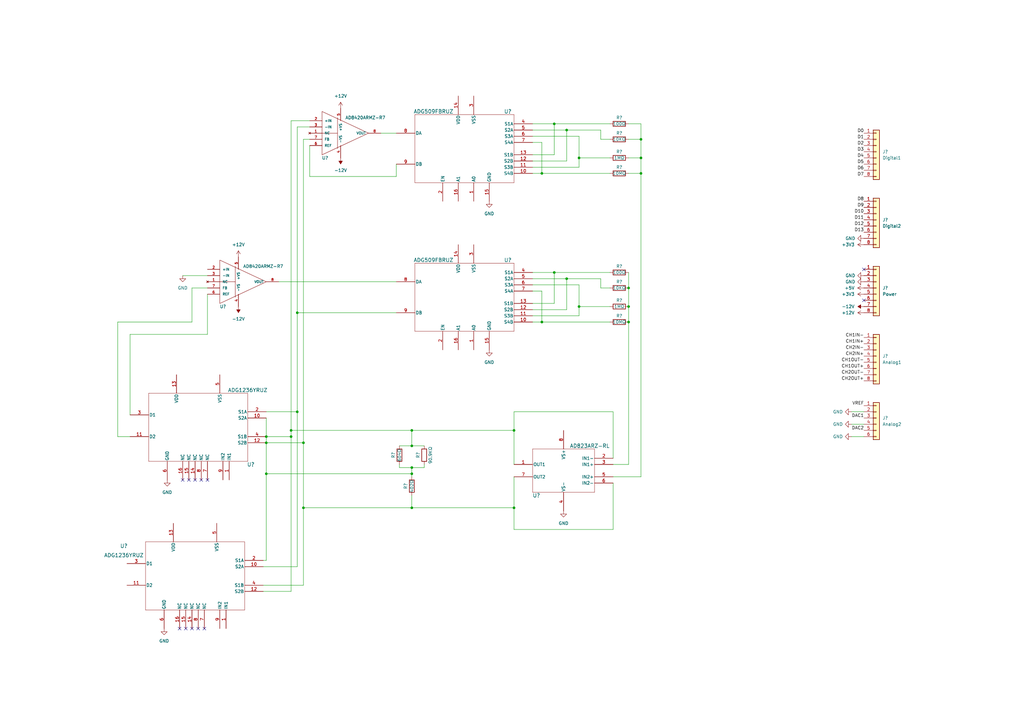
<source format=kicad_sch>
(kicad_sch (version 20211123) (generator eeschema)
  (paper "A3")
  (lib_symbols
    (symbol "AD8420ARMZ-R7_1" (pin_names (offset 1.016))
      (property "Reference" "U?" (at -8.89 -10.16 0))
      (property "Value" "AD8420ARMZ-R7_1" (at 7.62 6.35 0))
      (symbol "AD8420ARMZ-R7_1_0_0"
        (pin no_connect line (at -15.24 0 0) (length 5.08) (name "NC") (number "1"))
        (pin input line (at -15.24 5.08 0) (length 5.08) (name "+IN") (number "2"))
        (pin input line (at -15.24 2.54 0) (length 5.08) (name "-IN") (number "3"))
        (pin power_in line (at -2.54 -10.16 90) (length 5.08) (name "-VS") (number "4"))
        (pin power_in line (at -2.54 10.16 270) (length 5.08) (name "+VS") (number "5"))
        (pin input line (at -15.24 -5.08 0) (length 5.08) (name "REF") (number "6"))
        (pin input line (at -15.24 -2.54 0) (length 5.08) (name "FB") (number "7"))
        (pin output line (at 13.97 0 180) (length 5.08) (name "VOUT") (number "8"))
      )
      (symbol "AD8420ARMZ-R7_1_1_1"
        (polyline (pts (xy -10.16 8.89) (xy -10.16 -8.89) (xy 8.89 0) (xy -10.16 8.89) (xy -10.16 0) (xy -3.81 0) (xy -3.81 6.35) (xy -3.81 -6.35) (xy -3.81 -1.27)))
      )
    )
    (symbol "Connector_Generic:Conn_01x06" (pin_names (offset 1.016) hide)
      (property "Reference" "J" (at 0 7.62 0))
      (property "Value" "Conn_01x06" (at 0 -10.16 0))
      (symbol "Conn_01x06_1_1"
        (rectangle (start -1.27 -7.493) (end 0 -7.747) (stroke (width 0.1524)))
        (rectangle (start -1.27 -4.953) (end 0 -5.207) (stroke (width 0.1524)))
        (rectangle (start -1.27 -2.413) (end 0 -2.667) (stroke (width 0.1524)))
        (rectangle (start -1.27 0.127) (end 0 -0.127) (stroke (width 0.1524)))
        (rectangle (start -1.27 2.667) (end 0 2.413) (stroke (width 0.1524)))
        (rectangle (start -1.27 5.207) (end 0 4.953) (stroke (width 0.1524)))
        (rectangle (start -1.27 6.35) (end 1.27 -8.89) (stroke (width 0.254)) (fill (type background)))
        (pin passive line (at -5.08 5.08 0) (length 3.81) (name "Pin_1") (number "1"))
        (pin passive line (at -5.08 2.54 0) (length 3.81) (name "Pin_2") (number "2"))
        (pin passive line (at -5.08 0 0) (length 3.81) (name "Pin_3") (number "3"))
        (pin passive line (at -5.08 -2.54 0) (length 3.81) (name "Pin_4") (number "4"))
        (pin passive line (at -5.08 -5.08 0) (length 3.81) (name "Pin_5") (number "5"))
        (pin passive line (at -5.08 -7.62 0) (length 3.81) (name "Pin_6") (number "6"))
      )
    )
    (symbol "Connector_Generic:Conn_01x08" (pin_names (offset 1.016) hide)
      (property "Reference" "J" (at 0 10.16 0))
      (property "Value" "Conn_01x08" (at 0 -12.7 0))
      (symbol "Conn_01x08_1_1"
        (rectangle (start -1.27 -10.033) (end 0 -10.287) (stroke (width 0.1524)))
        (rectangle (start -1.27 -7.493) (end 0 -7.747) (stroke (width 0.1524)))
        (rectangle (start -1.27 -4.953) (end 0 -5.207) (stroke (width 0.1524)))
        (rectangle (start -1.27 -2.413) (end 0 -2.667) (stroke (width 0.1524)))
        (rectangle (start -1.27 0.127) (end 0 -0.127) (stroke (width 0.1524)))
        (rectangle (start -1.27 2.667) (end 0 2.413) (stroke (width 0.1524)))
        (rectangle (start -1.27 5.207) (end 0 4.953) (stroke (width 0.1524)))
        (rectangle (start -1.27 7.747) (end 0 7.493) (stroke (width 0.1524)))
        (rectangle (start -1.27 8.89) (end 1.27 -11.43) (stroke (width 0.254)) (fill (type background)))
        (pin passive line (at -5.08 7.62 0) (length 3.81) (name "Pin_1") (number "1"))
        (pin passive line (at -5.08 5.08 0) (length 3.81) (name "Pin_2") (number "2"))
        (pin passive line (at -5.08 2.54 0) (length 3.81) (name "Pin_3") (number "3"))
        (pin passive line (at -5.08 0 0) (length 3.81) (name "Pin_4") (number "4"))
        (pin passive line (at -5.08 -2.54 0) (length 3.81) (name "Pin_5") (number "5"))
        (pin passive line (at -5.08 -5.08 0) (length 3.81) (name "Pin_6") (number "6"))
        (pin passive line (at -5.08 -7.62 0) (length 3.81) (name "Pin_7") (number "7"))
        (pin passive line (at -5.08 -10.16 0) (length 3.81) (name "Pin_8") (number "8"))
      )
    )
    (symbol "Device:R" (pin_numbers hide) (pin_names (offset 0))
      (property "Reference" "R" (at 2.032 0 90))
      (property "Value" "R" (at 0 0 90))
      (symbol "R_0_1"
        (rectangle (start -1.016 -2.54) (end 1.016 2.54) (stroke (width 0.254)))
      )
      (symbol "R_1_1"
        (pin passive line (at 0 3.81 270) (length 1.27) (name "~") (number "1"))
        (pin passive line (at 0 -3.81 90) (length 1.27) (name "~") (number "2"))
      )
    )
    (symbol "New_Library:AD823ARZ-RL" (pin_names (offset 0.254))
      (property "Reference" "U?" (at -19.7994 11.43 0))
      (property "Value" "AD823ARZ-RL" (at -19.7994 7.62 0))
      (symbol "AD823ARZ-RL_0_1"
        (polyline (pts (xy 7.62 -12.7) (xy 33.02 -12.7)) (stroke (width 0.127)))
        (polyline (pts (xy 7.62 5.08) (xy 7.62 -12.7)) (stroke (width 0.127)))
        (polyline (pts (xy 33.02 -12.7) (xy 33.02 5.08)) (stroke (width 0.127)))
        (polyline (pts (xy 33.02 5.08) (xy 7.62 5.08)) (stroke (width 0.127)))
        (pin unspecified line (at 40.64 -1.27 180) (length 7.62) (name "OUT1") (number "1"))
        (pin unspecified line (at 0 1.27 0) (length 7.62) (name "IN1-") (number "2"))
        (pin unspecified line (at 0 -1.27 0) (length 7.62) (name "IN1+") (number "3"))
        (pin power_in line (at 20.32 -20.32 90) (length 7.62) (name "VS-") (number "4"))
        (pin unspecified line (at 0 -6.35 0) (length 7.62) (name "IN2+") (number "5"))
        (pin unspecified line (at 0 -8.89 0) (length 7.62) (name "IN2-") (number "6"))
        (pin unspecified line (at 40.64 -6.35 180) (length 7.62) (name "OUT2") (number "7"))
        (pin power_in line (at 20.32 12.7 270) (length 7.62) (name "VS+") (number "8"))
      )
    )
    (symbol "New_Library:AD8420ARMZ-R7" (pin_names (offset 1.016))
      (property "Reference" "U?" (at -8.89 -10.16 0))
      (property "Value" "AD8420ARMZ-R7" (at 7.62 6.35 0))
      (symbol "AD8420ARMZ-R7_0_0"
        (pin no_connect line (at -15.24 0 0) (length 5.08) (name "NC") (number "1"))
        (pin input line (at -15.24 5.08 0) (length 5.08) (name "+IN") (number "2"))
        (pin input line (at -15.24 2.54 0) (length 5.08) (name "-IN") (number "3"))
        (pin power_in line (at -2.54 -10.16 90) (length 5.08) (name "-VS") (number "4"))
        (pin power_in line (at -2.54 10.16 270) (length 5.08) (name "+VS") (number "5"))
        (pin input line (at -15.24 -5.08 0) (length 5.08) (name "REF") (number "6"))
        (pin input line (at -15.24 -2.54 0) (length 5.08) (name "FB") (number "7"))
        (pin output line (at 13.97 0 180) (length 5.08) (name "VOUT") (number "8"))
      )
      (symbol "AD8420ARMZ-R7_1_1"
        (polyline (pts (xy -10.16 8.89) (xy -10.16 -8.89) (xy 8.89 0) (xy -10.16 8.89) (xy -10.16 0) (xy -3.81 0) (xy -3.81 6.35) (xy -3.81 -6.35) (xy -3.81 -1.27)))
      )
    )
    (symbol "New_Library:ADG1236YRUZ" (pin_names (offset 0.254))
      (property "Reference" "U" (at 27.94 10.16 0))
      (property "Value" "ADG1236YRUZ" (at 27.94 7.62 0))
      (symbol "ADG1236YRUZ_0_1"
        (polyline (pts (xy 7.62 -22.86) (xy 48.26 -22.86)) (stroke (width 0.127)))
        (polyline (pts (xy 7.62 5.08) (xy 7.62 -22.86)) (stroke (width 0.127)))
        (polyline (pts (xy 48.26 -22.86) (xy 48.26 5.08)) (stroke (width 0.127)))
        (polyline (pts (xy 48.26 5.08) (xy 7.62 5.08)) (stroke (width 0.127)))
        (pin unspecified line (at 15.24 -30.48 90) (length 7.62) (name "IN1") (number "1"))
        (pin unspecified line (at 0 -5.08 0) (length 7.62) (name "S2A") (number "10"))
        (pin unspecified line (at 55.88 -12.7 180) (length 7.62) (name "D2") (number "11"))
        (pin unspecified line (at 0 -15.24 0) (length 7.62) (name "S2B") (number "12"))
        (pin power_in line (at 36.83 12.7 270) (length 7.62) (name "VDD") (number "13"))
        (pin unspecified line (at 29.21 -30.48 90) (length 7.62) (name "NC") (number "14"))
        (pin unspecified line (at 31.75 -30.48 90) (length 7.62) (name "NC") (number "15"))
        (pin unspecified line (at 34.29 -30.48 90) (length 7.62) (name "NC") (number "16"))
        (pin unspecified line (at 0 -2.54 0) (length 7.62) (name "S1A") (number "2"))
        (pin unspecified line (at 55.88 -3.81 180) (length 7.62) (name "D1") (number "3"))
        (pin unspecified line (at 0 -12.7 0) (length 7.62) (name "S1B") (number "4"))
        (pin power_in line (at 19.05 12.7 270) (length 7.62) (name "VSS") (number "5"))
        (pin unspecified line (at 40.64 -30.48 90) (length 7.62) (name "GND") (number "6"))
        (pin unspecified line (at 24.13 -30.48 90) (length 7.62) (name "NC") (number "7"))
        (pin unspecified line (at 26.67 -30.48 90) (length 7.62) (name "NC") (number "8"))
        (pin unspecified line (at 17.78 -30.48 90) (length 7.62) (name "IN2") (number "9"))
      )
    )
    (symbol "New_Library:ADG509FBRUZ" (pin_names (offset 0.254))
      (property "Reference" "U" (at 41.91 8.89 0))
      (property "Value" "ADG509FBRUZ" (at 41.91 6.35 0))
      (symbol "ADG509FBRUZ_0_1"
        (polyline (pts (xy 7.62 -22.86) (xy 48.26 -22.86)) (stroke (width 0.127)))
        (polyline (pts (xy 7.62 5.08) (xy 7.62 -22.86)) (stroke (width 0.127)))
        (polyline (pts (xy 48.26 -22.86) (xy 48.26 5.08)) (stroke (width 0.127)))
        (polyline (pts (xy 48.26 5.08) (xy 7.62 5.08)) (stroke (width 0.127)))
        (pin unspecified line (at 24.13 -30.48 90) (length 7.62) (name "A0") (number "1"))
        (pin unspecified line (at 0 -19.05 0) (length 7.62) (name "S4B") (number "10"))
        (pin unspecified line (at 0 -16.51 0) (length 7.62) (name "S3B") (number "11"))
        (pin unspecified line (at 0 -13.97 0) (length 7.62) (name "S2B") (number "12"))
        (pin unspecified line (at 0 -11.43 0) (length 7.62) (name "S1B") (number "13"))
        (pin power_in line (at 30.48 12.7 270) (length 7.62) (name "VDD") (number "14"))
        (pin unspecified line (at 17.78 -30.48 90) (length 7.62) (name "GND") (number "15"))
        (pin unspecified line (at 30.48 -30.48 90) (length 7.62) (name "A1") (number "16"))
        (pin unspecified line (at 36.83 -30.48 90) (length 7.62) (name "EN") (number "2"))
        (pin power_in line (at 24.13 12.7 270) (length 7.62) (name "VSS") (number "3"))
        (pin unspecified line (at 0 1.27 0) (length 7.62) (name "S1A") (number "4"))
        (pin unspecified line (at 0 -1.27 0) (length 7.62) (name "S2A") (number "5"))
        (pin unspecified line (at 0 -3.81 0) (length 7.62) (name "S3A") (number "6"))
        (pin unspecified line (at 0 -6.35 0) (length 7.62) (name "S4A") (number "7"))
        (pin unspecified line (at 55.88 -2.54 180) (length 7.62) (name "DA") (number "8"))
        (pin unspecified line (at 55.88 -15.24 180) (length 7.62) (name "DB") (number "9"))
      )
    )
    (symbol "power:+12V" (power) (pin_names (offset 0))
      (property "Value" "+12V" (at 0 3.556 0))
      (symbol "+12V_0_1"
        (polyline (pts (xy -0.762 1.27) (xy 0 2.54)))
        (polyline (pts (xy 0 0) (xy 0 2.54)))
        (polyline (pts (xy 0 2.54) (xy 0.762 1.27)))
      )
      (symbol "+12V_1_1"
        (pin power_in line (at 0 0 90) (length 0) hide (name "+12V") (number "1"))
      )
    )
    (symbol "power:+3V3" (power) (pin_names (offset 0))
      (property "Value" "+3V3" (at 0 3.556 0))
      (symbol "+3V3_0_1"
        (polyline (pts (xy -0.762 1.27) (xy 0 2.54)))
        (polyline (pts (xy 0 0) (xy 0 2.54)))
        (polyline (pts (xy 0 2.54) (xy 0.762 1.27)))
      )
      (symbol "+3V3_1_1"
        (pin power_in line (at 0 0 90) (length 0) hide (name "+3V3") (number "1"))
      )
    )
    (symbol "power:+5V" (power) (pin_names (offset 0))
      (property "Value" "+5V" (at 0 3.556 0))
      (symbol "+5V_0_1"
        (polyline (pts (xy -0.762 1.27) (xy 0 2.54)))
        (polyline (pts (xy 0 0) (xy 0 2.54)))
        (polyline (pts (xy 0 2.54) (xy 0.762 1.27)))
      )
      (symbol "+5V_1_1"
        (pin power_in line (at 0 0 90) (length 0) hide (name "+5V") (number "1"))
      )
    )
    (symbol "power:-12V" (power) (pin_names (offset 0))
      (property "Value" "-12V" (at 0 3.81 0))
      (symbol "-12V_0_0"
        (pin power_in line (at 0 0 90) (length 0) hide (name "-12V") (number "1"))
      )
      (symbol "-12V_0_1"
        (polyline (pts (xy 0 0) (xy 0 1.27) (xy 0.762 1.27) (xy 0 2.54) (xy -0.762 1.27) (xy 0 1.27)) (fill (type outline)))
      )
    )
    (symbol "power:GND" (power) (pin_names (offset 0))
      (property "Value" "GND" (at 0 -3.81 0))
      (symbol "GND_0_1"
        (polyline (pts (xy 0 0) (xy 0 -1.27) (xy 1.27 -1.27) (xy 0 -2.54) (xy -1.27 -1.27) (xy 0 -1.27)))
      )
      (symbol "GND_1_1"
        (pin power_in line (at 0 0 270) (length 0) hide (name "GND") (number "1"))
      )
    )
  )
  (junction (at 168.91 191.77))
  (junction (at 232.41 53.34))
  (junction (at 168.91 208.28))
  (junction (at 227.33 50.8))
  (junction (at 210.82 208.28))
  (junction (at 119.38 176.53))
  (junction (at 257.81 118.11))
  (junction (at 237.49 125.73))
  (junction (at 210.82 176.53))
  (junction (at 232.41 114.3))
  (junction (at 262.89 64.77))
  (junction (at 257.81 132.08))
  (junction (at 124.46 208.28))
  (junction (at 262.89 71.12))
  (junction (at 121.92 128.27))
  (junction (at 168.91 182.88))
  (junction (at 222.25 132.08))
  (junction (at 124.46 181.61))
  (junction (at 121.92 168.91))
  (junction (at 109.22 194.31))
  (junction (at 237.49 64.77))
  (junction (at 109.22 179.07))
  (junction (at 168.91 176.53))
  (junction (at 262.89 57.15))
  (junction (at 109.22 181.61))
  (junction (at 257.81 125.73))
  (junction (at 227.33 111.76))
  (junction (at 168.91 194.31))
  (junction (at 119.38 179.07))
  (junction (at 222.25 71.12))
  (no_connect (at 81.28 257.81))
  (no_connect (at 73.66 257.81))
  (no_connect (at 83.82 257.81))
  (no_connect (at 82.55 196.85))
  (no_connect (at 85.09 196.85))
  (no_connect (at 74.93 196.85))
  (no_connect (at 80.01 196.85))
  (no_connect (at 77.47 196.85))
  (no_connect (at 354.33 123.19))
  (no_connect (at 76.2 257.81))
  (no_connect (at 78.74 257.81))
  (no_connect (at 354.33 110.49))
  (wire (pts (xy 48.26 179.07) (xy 48.26 132.08)))
  (wire (pts (xy 257.81 57.15) (xy 262.89 57.15)))
  (wire (pts (xy 119.38 176.53) (xy 119.38 179.07)))
  (wire (pts (xy 218.44 58.42) (xy 222.25 58.42)))
  (wire (pts (xy 246.38 53.34) (xy 246.38 57.15)))
  (wire (pts (xy 121.92 232.41) (xy 107.95 232.41)))
  (wire (pts (xy 210.82 168.91) (xy 210.82 176.53)))
  (wire (pts (xy 257.81 132.08) (xy 257.81 190.5)))
  (wire (pts (xy 262.89 71.12) (xy 262.89 195.58)))
  (wire (pts (xy 78.74 118.11) (xy 85.09 118.11)))
  (wire (pts (xy 48.26 132.08) (xy 78.74 132.08)))
  (wire (pts (xy 237.49 64.77) (xy 237.49 68.58)))
  (wire (pts (xy 156.21 54.61) (xy 162.56 54.61)))
  (wire (pts (xy 127 57.15) (xy 124.46 57.15)))
  (wire (pts (xy 124.46 208.28) (xy 168.91 208.28)))
  (wire (pts (xy 227.33 111.76) (xy 227.33 124.46)))
  (wire (pts (xy 109.22 168.91) (xy 121.92 168.91)))
  (wire (pts (xy 257.81 111.76) (xy 257.81 118.11)))
  (wire (pts (xy 163.83 182.88) (xy 168.91 182.88)))
  (wire (pts (xy 218.44 116.84) (xy 237.49 116.84)))
  (wire (pts (xy 119.38 176.53) (xy 168.91 176.53)))
  (wire (pts (xy 210.82 208.28) (xy 210.82 217.17)))
  (wire (pts (xy 237.49 64.77) (xy 250.19 64.77)))
  (wire (pts (xy 210.82 190.5) (xy 210.82 176.53)))
  (wire (pts (xy 119.38 179.07) (xy 119.38 242.57)))
  (wire (pts (xy 218.44 53.34) (xy 232.41 53.34)))
  (wire (pts (xy 246.38 57.15) (xy 250.19 57.15)))
  (wire (pts (xy 53.34 179.07) (xy 48.26 179.07)))
  (wire (pts (xy 168.91 176.53) (xy 210.82 176.53)))
  (wire (pts (xy 251.46 168.91) (xy 210.82 168.91)))
  (wire (pts (xy 109.22 179.07) (xy 109.22 171.45)))
  (wire (pts (xy 349.25 179.07) (xy 354.33 179.07)))
  (wire (pts (xy 127 72.39) (xy 127 59.69)))
  (wire (pts (xy 349.25 173.99) (xy 354.33 173.99)))
  (wire (pts (xy 85.09 137.16) (xy 85.09 120.65)))
  (wire (pts (xy 237.49 125.73) (xy 237.49 129.54)))
  (wire (pts (xy 162.56 67.31) (xy 162.56 72.39)))
  (wire (pts (xy 237.49 125.73) (xy 250.19 125.73)))
  (wire (pts (xy 109.22 181.61) (xy 109.22 179.07)))
  (wire (pts (xy 237.49 116.84) (xy 237.49 125.73)))
  (wire (pts (xy 162.56 72.39) (xy 127 72.39)))
  (wire (pts (xy 349.25 168.91) (xy 354.33 168.91)))
  (wire (pts (xy 109.22 194.31) (xy 109.22 181.61)))
  (wire (pts (xy 262.89 64.77) (xy 262.89 71.12)))
  (wire (pts (xy 251.46 198.12) (xy 251.46 217.17)))
  (wire (pts (xy 168.91 182.88) (xy 173.99 182.88)))
  (wire (pts (xy 127 49.53) (xy 119.38 49.53)))
  (wire (pts (xy 163.83 191.77) (xy 168.91 191.77)))
  (wire (pts (xy 257.81 64.77) (xy 262.89 64.77)))
  (wire (pts (xy 124.46 240.03) (xy 124.46 208.28)))
  (wire (pts (xy 121.92 168.91) (xy 121.92 232.41)))
  (wire (pts (xy 124.46 57.15) (xy 124.46 181.61)))
  (wire (pts (xy 257.81 118.11) (xy 257.81 125.73)))
  (wire (pts (xy 218.44 119.38) (xy 222.25 119.38)))
  (wire (pts (xy 251.46 187.96) (xy 251.46 168.91)))
  (wire (pts (xy 246.38 114.3) (xy 246.38 118.11)))
  (wire (pts (xy 222.25 58.42) (xy 222.25 71.12)))
  (wire (pts (xy 119.38 49.53) (xy 119.38 176.53)))
  (wire (pts (xy 232.41 53.34) (xy 246.38 53.34)))
  (wire (pts (xy 53.34 170.18) (xy 53.34 137.16)))
  (wire (pts (xy 246.38 118.11) (xy 250.19 118.11)))
  (wire (pts (xy 218.44 68.58) (xy 237.49 68.58)))
  (wire (pts (xy 257.81 71.12) (xy 262.89 71.12)))
  (wire (pts (xy 168.91 194.31) (xy 168.91 191.77)))
  (wire (pts (xy 168.91 208.28) (xy 210.82 208.28)))
  (wire (pts (xy 168.91 176.53) (xy 168.91 182.88)))
  (wire (pts (xy 227.33 111.76) (xy 250.19 111.76)))
  (wire (pts (xy 218.44 114.3) (xy 232.41 114.3)))
  (wire (pts (xy 109.22 179.07) (xy 119.38 179.07)))
  (wire (pts (xy 257.81 50.8) (xy 262.89 50.8)))
  (wire (pts (xy 222.25 119.38) (xy 222.25 132.08)))
  (wire (pts (xy 218.44 132.08) (xy 222.25 132.08)))
  (wire (pts (xy 168.91 191.77) (xy 173.99 191.77)))
  (wire (pts (xy 163.83 190.5) (xy 163.83 191.77)))
  (wire (pts (xy 232.41 114.3) (xy 232.41 127)))
  (wire (pts (xy 218.44 129.54) (xy 237.49 129.54)))
  (wire (pts (xy 232.41 53.34) (xy 232.41 66.04)))
  (wire (pts (xy 78.74 132.08) (xy 78.74 118.11)))
  (wire (pts (xy 251.46 217.17) (xy 210.82 217.17)))
  (wire (pts (xy 218.44 124.46) (xy 227.33 124.46)))
  (wire (pts (xy 257.81 125.73) (xy 257.81 132.08)))
  (wire (pts (xy 222.25 71.12) (xy 250.19 71.12)))
  (wire (pts (xy 218.44 71.12) (xy 222.25 71.12)))
  (wire (pts (xy 218.44 55.88) (xy 237.49 55.88)))
  (wire (pts (xy 262.89 57.15) (xy 262.89 64.77)))
  (wire (pts (xy 107.95 240.03) (xy 124.46 240.03)))
  (wire (pts (xy 218.44 127) (xy 232.41 127)))
  (wire (pts (xy 114.3 115.57) (xy 162.56 115.57)))
  (wire (pts (xy 124.46 181.61) (xy 124.46 208.28)))
  (wire (pts (xy 53.34 137.16) (xy 85.09 137.16)))
  (wire (pts (xy 227.33 50.8) (xy 227.33 63.5)))
  (wire (pts (xy 237.49 55.88) (xy 237.49 64.77)))
  (wire (pts (xy 121.92 52.07) (xy 121.92 128.27)))
  (wire (pts (xy 109.22 194.31) (xy 109.22 229.87)))
  (wire (pts (xy 262.89 50.8) (xy 262.89 57.15)))
  (wire (pts (xy 168.91 194.31) (xy 109.22 194.31)))
  (wire (pts (xy 173.99 190.5) (xy 173.99 191.77)))
  (wire (pts (xy 232.41 114.3) (xy 246.38 114.3)))
  (wire (pts (xy 210.82 195.58) (xy 210.82 208.28)))
  (wire (pts (xy 168.91 203.2) (xy 168.91 208.28)))
  (wire (pts (xy 127 52.07) (xy 121.92 52.07)))
  (wire (pts (xy 109.22 229.87) (xy 107.95 229.87)))
  (wire (pts (xy 218.44 50.8) (xy 227.33 50.8)))
  (wire (pts (xy 218.44 63.5) (xy 227.33 63.5)))
  (wire (pts (xy 227.33 50.8) (xy 250.19 50.8)))
  (wire (pts (xy 251.46 195.58) (xy 262.89 195.58)))
  (wire (pts (xy 218.44 111.76) (xy 227.33 111.76)))
  (wire (pts (xy 218.44 66.04) (xy 232.41 66.04)))
  (wire (pts (xy 251.46 190.5) (xy 257.81 190.5)))
  (wire (pts (xy 107.95 242.57) (xy 119.38 242.57)))
  (wire (pts (xy 121.92 128.27) (xy 121.92 168.91)))
  (wire (pts (xy 121.92 128.27) (xy 162.56 128.27)))
  (wire (pts (xy 109.22 181.61) (xy 124.46 181.61)))
  (wire (pts (xy 168.91 195.58) (xy 168.91 194.31)))
  (wire (pts (xy 222.25 132.08) (xy 250.19 132.08)))
  (wire (pts (xy 74.93 113.03) (xy 85.09 113.03)))
  (label "D5" (at 354.33 67.31 180))
  (label "D9" (at 354.33 85.09 180))
  (label "D11" (at 354.33 90.17 180))
  (label "CH2IN-" (at 354.33 143.51 180))
  (label "VREF" (at 354.33 166.37 180))
  (label "CH2OUT-" (at 354.33 153.67 180))
  (label "CH2OUT+" (at 354.33 156.21 180))
  (label "CH1OUT-" (at 354.33 148.59 180))
  (label "CH1IN+" (at 354.33 140.97 180))
  (label "D8" (at 354.33 82.55 180))
  (label "D10" (at 354.33 87.63 180))
  (label "D6" (at 354.33 69.85 180))
  (label "D7" (at 354.33 72.39 180))
  (label "CH2IN+" (at 354.33 146.05 180))
  (label "DAC2" (at 354.33 176.53 180))
  (label "CH1OUT+" (at 354.33 151.13 180))
  (label "DAC1" (at 354.33 171.45 180))
  (label "D1" (at 354.33 57.15 180))
  (label "D2" (at 354.33 59.69 180))
  (label "D4" (at 354.33 64.77 180))
  (label "D3" (at 354.33 62.23 180))
  (label "D13" (at 354.33 95.25 180))
  (label "CH1IN-" (at 354.33 138.43 180))
  (label "D12" (at 354.33 92.71 180))
  (label "D0" (at 354.33 54.61 180))
  (symbol (lib_id "Connector_Generic:Conn_01x08") (at 359.41 90.17 0) (unit 1)
    (property "Reference" "J?" (at 361.95 90.1699 0) (effects (justify left)))
    (property "Value" "Digital2" (at 361.95 92.7099 0) (effects (justify left)))
  )
  (symbol (lib_id "power:+5V") (at 354.33 118.11 90) (unit 1)
    (property "Reference" "#PWR?" (effects hide))
    (property "Value" "+5V" (at 350.52 118.1099 90) (effects (justify left)))
  )
  (symbol (lib_id "Device:R") (at 173.99 186.69 180) (unit 1)
    (property "Reference" "R?" (at 171.45 186.69 90))
    (property "Value" "90.9KΩ" (at 176.53 186.69 90))
  )
  (symbol (lib_id "Device:R") (at 254 111.76 90) (unit 1)
    (property "Reference" "R?" (at 254 109.22 90))
    (property "Value" "100Ω" (at 254 111.76 90))
  )
  (symbol (lib_id "power:GND") (at 231.14 209.55 0) (unit 1)
    (property "Reference" "#PWR?" (effects hide))
    (property "Value" "GND" (at 231.14 214.63 0))
  )
  (symbol (lib_id "power:-12V") (at 354.33 125.73 90) (unit 1)
    (property "Reference" "#PWR?" (effects hide))
    (property "Value" "-12V" (at 350.52 125.7299 90) (effects (justify left)))
  )
  (symbol (lib_id "power:+12V") (at 354.33 128.27 90) (unit 1)
    (property "Reference" "#PWR?" (effects hide))
    (property "Value" "+12V" (at 350.52 128.2699 90) (effects (justify left)))
  )
  (symbol (lib_id "power:GND") (at 349.25 173.99 270) (mirror x) (unit 1)
    (property "Reference" "#PWR?" (effects hide))
    (property "Value" "GND" (at 341.63 173.99 90) (effects (justify left)))
  )
  (symbol (lib_id "Connector_Generic:Conn_01x06") (at 359.41 171.45 0) (unit 1)
    (property "Reference" "J?" (at 361.95 171.4499 0) (effects (justify left)))
    (property "Value" "Analog2" (at 361.95 173.9899 0) (effects (justify left)))
  )
  (symbol (lib_id "power:+3V3") (at 354.33 120.65 90) (unit 1)
    (property "Reference" "#PWR?" (effects hide))
    (property "Value" "+3V3" (at 350.52 120.6499 90) (effects (justify left)))
  )
  (symbol (lib_id "power:-12V") (at 97.79 125.73 180) (unit 1)
    (property "Reference" "#PWR?" (effects hide))
    (property "Value" "-12V" (at 97.79 130.81 0))
  )
  (symbol (lib_id "power:+12V") (at 139.7 44.45 0) (unit 1)
    (property "Reference" "#PWR?" (effects hide))
    (property "Value" "+12V" (at 139.7 39.37 0))
  )
  (symbol (lib_id "power:+12V") (at 97.79 105.41 0) (unit 1)
    (property "Reference" "#PWR?" (effects hide))
    (property "Value" "+12V" (at 97.79 100.33 0))
  )
  (symbol (lib_id "New_Library:ADG1236YRUZ") (at 109.22 166.37 0) (mirror y) (unit 1)
    (property "Reference" "U?" (at 102.87 190.5 0) (effects (font (size 1.524 1.524))))
    (property "Value" "ADG1236YRUZ" (at 101.6 160.02 0) (effects (font (size 1.524 1.524))))
    (property "Footprint" "RU_16_ADI" (effects hide))
    (property "Datasheet" "ADG1236YRUZ" (effects hide))
  )
  (symbol (lib_id "power:GND") (at 200.66 82.55 0) (mirror y) (unit 1)
    (property "Reference" "#PWR?" (effects hide))
    (property "Value" "GND" (at 200.66 87.63 0))
  )
  (symbol (lib_id "Device:R") (at 254 64.77 90) (unit 1)
    (property "Reference" "R?" (at 254 62.23 90))
    (property "Value" "1MΩ" (at 254 64.77 90))
  )
  (symbol (lib_id "Device:R") (at 168.91 199.39 180) (unit 1)
    (property "Reference" "R?" (at 166.37 199.39 90))
    (property "Value" "402Ω" (at 168.91 199.39 90))
  )
  (symbol (lib_id "power:GND") (at 68.58 196.85 0) (mirror y) (unit 1)
    (property "Reference" "#PWR?" (effects hide))
    (property "Value" "GND" (at 68.58 201.93 0))
  )
  (symbol (lib_id "power:GND") (at 349.25 179.07 270) (mirror x) (unit 1)
    (property "Reference" "#PWR?" (effects hide))
    (property "Value" "GND" (at 341.63 179.07 90) (effects (justify left)))
  )
  (symbol (lib_id "Device:R") (at 254 118.11 90) (unit 1)
    (property "Reference" "R?" (at 254 115.57 90))
    (property "Value" "10KΩ" (at 254 118.11 90))
  )
  (symbol (lib_id "Device:R") (at 254 57.15 90) (unit 1)
    (property "Reference" "R?" (at 254 54.61 90))
    (property "Value" "10KΩ" (at 254 57.15 90))
  )
  (symbol (lib_id "New_Library:ADG1236YRUZ") (at 107.95 227.33 0) (mirror y) (unit 1)
    (property "Reference" "U?" (at 50.8 223.9263 0) (effects (font (size 1.524 1.524))))
    (property "Value" "ADG1236YRUZ" (at 50.8 227.7363 0) (effects (font (size 1.524 1.524))))
    (property "Footprint" "RU_16_ADI" (effects hide))
    (property "Datasheet" "ADG1236YRUZ" (effects hide))
  )
  (symbol (lib_id "power:GND") (at 200.66 143.51 0) (mirror y) (unit 1)
    (property "Reference" "#PWR?" (effects hide))
    (property "Value" "GND" (at 200.66 148.59 0))
  )
  (symbol (lib_id "Connector_Generic:Conn_01x08") (at 359.41 118.11 0) (unit 1)
    (property "Reference" "J?" (at 361.95 118.1099 0) (effects (justify left)))
    (property "Value" "Power" (at 361.95 120.6499 0) (effects (justify left)))
  )
  (symbol (lib_id "Device:R") (at 254 50.8 90) (unit 1)
    (property "Reference" "R?" (at 254 48.26 90))
    (property "Value" "100Ω" (at 254 50.8 90))
  )
  (symbol (lib_id "power:-12V") (at 139.7 64.77 180) (unit 1)
    (property "Reference" "#PWR?" (effects hide))
    (property "Value" "-12V" (at 139.7 69.85 0))
  )
  (symbol (lib_name "AD8420ARMZ-R7_1") (lib_id "New_Library:AD8420ARMZ-R7") (at 142.24 54.61 0) (unit 1)
    (property "Reference" "U?" (at 133.35 64.77 0))
    (property "Value" "AD8420ARMZ-R7" (at 149.86 48.26 0))
    (property "Footprint" "SOP65P490X110-8N" (effects hide))
    (property "SUPPLIER" "Analog Devices" (effects hide))
    (property "OC_FARNELL" "2081031" (effects hide))
    (property "OC_NEWARK" "82T3701" (effects hide))
    (property "MPN" "AD8420ARMZ-R7" (effects hide))
    (property "PACKAGE" "MSOP-8" (effects hide))
  )
  (symbol (lib_id "New_Library:AD8420ARMZ-R7") (at 100.33 115.57 0) (unit 1)
    (property "Reference" "U?" (at 91.44 125.73 0))
    (property "Value" "AD8420ARMZ-R7" (at 107.95 109.22 0))
    (property "Footprint" "SOP65P490X110-8N" (effects hide))
    (property "SUPPLIER" "Analog Devices" (effects hide))
    (property "OC_FARNELL" "2081031" (effects hide))
    (property "OC_NEWARK" "82T3701" (effects hide))
    (property "MPN" "AD8420ARMZ-R7" (effects hide))
    (property "PACKAGE" "MSOP-8" (effects hide))
  )
  (symbol (lib_id "power:GND") (at 354.33 97.79 270) (mirror x) (unit 1)
    (property "Reference" "#PWR?" (effects hide))
    (property "Value" "GND" (at 346.71 97.79 90) (effects (justify left)))
  )
  (symbol (lib_id "New_Library:AD823ARZ-RL") (at 251.46 189.23 0) (mirror y) (unit 1)
    (property "Reference" "U?" (at 218.44 203.2 0) (effects (font (size 1.524 1.524)) (justify right)))
    (property "Value" "AD823ARZ-RL" (at 233.68 182.88 0) (effects (font (size 1.524 1.524)) (justify right)))
    (property "Footprint" "R_8_ADI" (effects hide))
    (property "Datasheet" "AD823ARZ-RL" (effects hide))
  )
  (symbol (lib_id "power:GND") (at 354.33 115.57 270) (mirror x) (unit 1)
    (property "Reference" "#PWR?" (effects hide))
    (property "Value" "GND" (at 346.71 115.57 90) (effects (justify left)))
  )
  (symbol (lib_id "power:GND") (at 74.93 113.03 0) (unit 1)
    (property "Reference" "#PWR?" (effects hide))
    (property "Value" "GND" (at 74.93 118.11 0))
  )
  (symbol (lib_id "New_Library:ADG509FBRUZ") (at 218.44 113.03 0) (mirror y) (unit 1)
    (property "Reference" "U?" (at 208.28 106.68 0) (effects (font (size 1.524 1.524))))
    (property "Value" "ADG509FBRUZ" (at 177.8 106.68 0) (effects (font (size 1.524 1.524))))
    (property "Footprint" "RU_16_ADI" (effects hide))
    (property "Datasheet" "ADG509FBRUZ" (effects hide))
  )
  (symbol (lib_id "Device:R") (at 254 132.08 90) (unit 1)
    (property "Reference" "R?" (at 254 129.54 90))
    (property "Value" "10MΩ" (at 254 132.08 90))
  )
  (symbol (lib_id "New_Library:ADG509FBRUZ") (at 218.44 52.07 0) (mirror y) (unit 1)
    (property "Reference" "U?" (at 208.28 45.72 0) (effects (font (size 1.524 1.524))))
    (property "Value" "ADG509FBRUZ" (at 177.8 45.72 0) (effects (font (size 1.524 1.524))))
    (property "Footprint" "RU_16_ADI" (effects hide))
    (property "Datasheet" "ADG509FBRUZ" (effects hide))
  )
  (symbol (lib_id "Device:R") (at 254 71.12 90) (unit 1)
    (property "Reference" "R?" (at 254 68.58 90))
    (property "Value" "10MΩ" (at 254 71.12 90))
  )
  (symbol (lib_id "Connector_Generic:Conn_01x08") (at 359.41 146.05 0) (unit 1)
    (property "Reference" "J?" (at 361.95 146.0499 0) (effects (justify left)))
    (property "Value" "Analog1" (at 361.95 148.5899 0) (effects (justify left)))
  )
  (symbol (lib_id "Device:R") (at 163.83 186.69 180) (unit 1)
    (property "Reference" "R?" (at 161.29 186.69 90))
    (property "Value" "604Ω" (at 163.83 186.69 90))
  )
  (symbol (lib_id "Device:R") (at 254 125.73 90) (unit 1)
    (property "Reference" "R?" (at 254 123.19 90))
    (property "Value" "1MΩ" (at 254 125.73 90))
  )
  (symbol (lib_id "Connector_Generic:Conn_01x08") (at 359.41 62.23 0) (unit 1)
    (property "Reference" "J?" (at 361.95 62.2299 0) (effects (justify left)))
    (property "Value" "Digital1" (at 361.95 64.7699 0) (effects (justify left)))
  )
  (symbol (lib_id "power:GND") (at 349.25 168.91 270) (mirror x) (unit 1)
    (property "Reference" "#PWR?" (effects hide))
    (property "Value" "GND" (at 341.63 168.91 90) (effects (justify left)))
  )
  (symbol (lib_id "power:+3V3") (at 354.33 100.33 90) (unit 1)
    (property "Reference" "#PWR?" (effects hide))
    (property "Value" "+3V3" (at 350.52 100.3299 90) (effects (justify left)))
  )
  (symbol (lib_id "power:GND") (at 354.33 113.03 270) (mirror x) (unit 1)
    (property "Reference" "#PWR?" (effects hide))
    (property "Value" "GND" (at 346.71 113.03 90) (effects (justify left)))
  )
  (symbol (lib_id "power:GND") (at 67.31 257.81 0) (mirror y) (unit 1)
    (property "Reference" "#PWR?" (effects hide))
    (property "Value" "GND" (at 67.31 262.89 0))
  )
)
</source>
